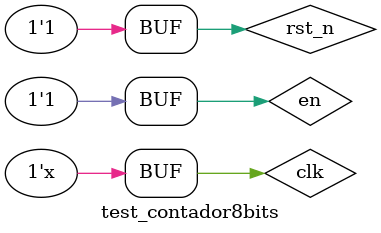
<source format=v>
`timescale 1ns/1ns

module test_contador8bits;

reg clk, rst_n, en;

wire [7:0] out;

contador8bits dut(clk,rst_n,en,out);

initial clk =0;
always #20 clk=~clk;

initial
begin

en=0;
rst_n=0;
#50;

en=1;
rst_n=1;
#300;

en=0;
rst_n=1;
#100;

en=0;
rst_n=0;
#50;

en=1;
rst_n=1;
#50;

end
endmodule


</source>
